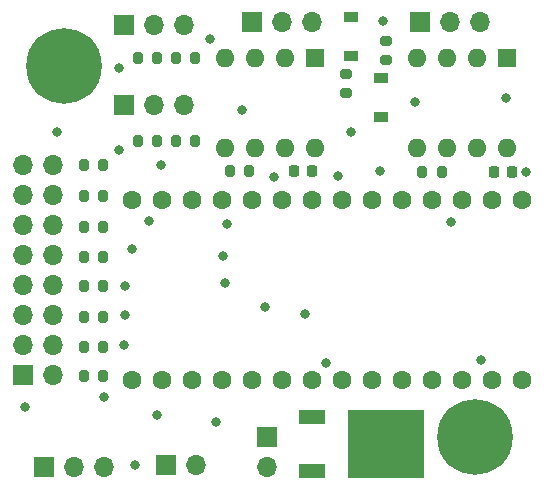
<source format=gbr>
%TF.GenerationSoftware,KiCad,Pcbnew,(6.0.5)*%
%TF.CreationDate,2022-06-26T17:30:21+02:00*%
%TF.ProjectId,midiperformer,6d696469-7065-4726-966f-726d65722e6b,rev?*%
%TF.SameCoordinates,Original*%
%TF.FileFunction,Soldermask,Top*%
%TF.FilePolarity,Negative*%
%FSLAX46Y46*%
G04 Gerber Fmt 4.6, Leading zero omitted, Abs format (unit mm)*
G04 Created by KiCad (PCBNEW (6.0.5)) date 2022-06-26 17:30:21*
%MOMM*%
%LPD*%
G01*
G04 APERTURE LIST*
G04 Aperture macros list*
%AMRoundRect*
0 Rectangle with rounded corners*
0 $1 Rounding radius*
0 $2 $3 $4 $5 $6 $7 $8 $9 X,Y pos of 4 corners*
0 Add a 4 corners polygon primitive as box body*
4,1,4,$2,$3,$4,$5,$6,$7,$8,$9,$2,$3,0*
0 Add four circle primitives for the rounded corners*
1,1,$1+$1,$2,$3*
1,1,$1+$1,$4,$5*
1,1,$1+$1,$6,$7*
1,1,$1+$1,$8,$9*
0 Add four rect primitives between the rounded corners*
20,1,$1+$1,$2,$3,$4,$5,0*
20,1,$1+$1,$4,$5,$6,$7,0*
20,1,$1+$1,$6,$7,$8,$9,0*
20,1,$1+$1,$8,$9,$2,$3,0*%
G04 Aperture macros list end*
%ADD10RoundRect,0.200000X0.200000X0.275000X-0.200000X0.275000X-0.200000X-0.275000X0.200000X-0.275000X0*%
%ADD11R,1.700000X1.700000*%
%ADD12O,1.700000X1.700000*%
%ADD13R,1.200000X0.900000*%
%ADD14RoundRect,0.200000X0.275000X-0.200000X0.275000X0.200000X-0.275000X0.200000X-0.275000X-0.200000X0*%
%ADD15C,1.600000*%
%ADD16RoundRect,0.200000X-0.275000X0.200000X-0.275000X-0.200000X0.275000X-0.200000X0.275000X0.200000X0*%
%ADD17RoundRect,0.225000X0.225000X0.250000X-0.225000X0.250000X-0.225000X-0.250000X0.225000X-0.250000X0*%
%ADD18R,1.600000X1.600000*%
%ADD19O,1.600000X1.600000*%
%ADD20R,2.200000X1.200000*%
%ADD21R,6.400000X5.800000*%
%ADD22RoundRect,0.225000X-0.225000X-0.250000X0.225000X-0.250000X0.225000X0.250000X-0.225000X0.250000X0*%
%ADD23C,6.400000*%
%ADD24C,0.800000*%
G04 APERTURE END LIST*
D10*
%TO.C,R4*%
X214900000Y-62932744D03*
X213250000Y-62932744D03*
%TD*%
D11*
%TO.C,J4*%
X208875000Y-66932744D03*
D12*
X211415000Y-66932744D03*
X213955000Y-66932744D03*
%TD*%
D10*
%TO.C,R10*%
X207125000Y-87400000D03*
X205475000Y-87400000D03*
%TD*%
%TO.C,R9*%
X207125000Y-89800000D03*
X205475000Y-89800000D03*
%TD*%
D13*
%TO.C,D1*%
X228075000Y-62732744D03*
X228075000Y-59432744D03*
%TD*%
D10*
%TO.C,R8*%
X235795000Y-72565488D03*
X234145000Y-72565488D03*
%TD*%
D11*
%TO.C,J3*%
X208875000Y-60082744D03*
D12*
X211415000Y-60082744D03*
X213955000Y-60082744D03*
%TD*%
D14*
%TO.C,R1*%
X227675000Y-65907744D03*
X227675000Y-64257744D03*
%TD*%
D11*
%TO.C,SW1*%
X212400000Y-97400000D03*
D12*
X214940000Y-97400000D03*
%TD*%
D10*
%TO.C,R5*%
X211700000Y-69932744D03*
X210050000Y-69932744D03*
%TD*%
%TO.C,R6*%
X214900000Y-69932744D03*
X213250000Y-69932744D03*
%TD*%
D11*
%TO.C,J1*%
X219735000Y-59882744D03*
D12*
X222275000Y-59882744D03*
X224815000Y-59882744D03*
%TD*%
D11*
%TO.C,J6*%
X200335000Y-89780000D03*
D12*
X202875000Y-89780000D03*
X200335000Y-87240000D03*
X202875000Y-87240000D03*
X200335000Y-84700000D03*
X202875000Y-84700000D03*
X200335000Y-82160000D03*
X202875000Y-82160000D03*
X200335000Y-79620000D03*
X202875000Y-79620000D03*
X200335000Y-77080000D03*
X202875000Y-77080000D03*
X200335000Y-74540000D03*
X202875000Y-74540000D03*
X200335000Y-72000000D03*
X202875000Y-72000000D03*
%TD*%
D15*
%TO.C,U4*%
X242570000Y-74960000D03*
X240030000Y-74960000D03*
X237490000Y-74960000D03*
X234950000Y-74960000D03*
X232410000Y-74960000D03*
X229870000Y-74960000D03*
X227330000Y-74960000D03*
X224790000Y-74960000D03*
X222250000Y-74960000D03*
X219710000Y-74960000D03*
X217170000Y-74960000D03*
X214630000Y-74960000D03*
X212090000Y-74960000D03*
X209550000Y-74960000D03*
X209550000Y-90200000D03*
X212090000Y-90200000D03*
X214630000Y-90200000D03*
X217170000Y-90200000D03*
X219710000Y-90200000D03*
X222250000Y-90200000D03*
X224790000Y-90200000D03*
X227330000Y-90200000D03*
X229870000Y-90200000D03*
X232410000Y-90200000D03*
X234950000Y-90200000D03*
X237490000Y-90200000D03*
X240030000Y-90200000D03*
X242570000Y-90200000D03*
%TD*%
D11*
%TO.C,J2*%
X233950000Y-59857744D03*
D12*
X236490000Y-59857744D03*
X239030000Y-59857744D03*
%TD*%
D16*
%TO.C,R2*%
X231075000Y-61457744D03*
X231075000Y-63107744D03*
%TD*%
D10*
%TO.C,R16*%
X207125000Y-72000000D03*
X205475000Y-72000000D03*
%TD*%
D17*
%TO.C,C1*%
X224825000Y-72465488D03*
X223275000Y-72465488D03*
%TD*%
D18*
%TO.C,U2*%
X241275000Y-62882744D03*
D19*
X238735000Y-62882744D03*
X236195000Y-62882744D03*
X233655000Y-62882744D03*
X233655000Y-70502744D03*
X236195000Y-70502744D03*
X238735000Y-70502744D03*
X241275000Y-70502744D03*
%TD*%
D10*
%TO.C,R13*%
X207125000Y-77200000D03*
X205475000Y-77200000D03*
%TD*%
%TO.C,R3*%
X211700000Y-62932744D03*
X210050000Y-62932744D03*
%TD*%
%TO.C,R14*%
X207125000Y-74600000D03*
X205475000Y-74600000D03*
%TD*%
D13*
%TO.C,D2*%
X230675000Y-67932744D03*
X230675000Y-64632744D03*
%TD*%
D20*
%TO.C,U3*%
X224775000Y-93320000D03*
D21*
X231075000Y-95600000D03*
D20*
X224775000Y-97880000D03*
%TD*%
D10*
%TO.C,R12*%
X207125000Y-79800000D03*
X205475000Y-79800000D03*
%TD*%
D22*
%TO.C,C2*%
X240225000Y-72565488D03*
X241775000Y-72565488D03*
%TD*%
D10*
%TO.C,R15*%
X207125000Y-82200000D03*
X205475000Y-82200000D03*
%TD*%
%TO.C,R11*%
X207125000Y-84800000D03*
X205475000Y-84800000D03*
%TD*%
D23*
%TO.C,H1*%
X238600000Y-95000000D03*
%TD*%
D11*
%TO.C,U5*%
X202075000Y-97575000D03*
D12*
X204615000Y-97575000D03*
X207155000Y-97575000D03*
%TD*%
D23*
%TO.C,H2*%
X203800000Y-63600000D03*
%TD*%
D10*
%TO.C,R7*%
X219475000Y-72465488D03*
X217825000Y-72465488D03*
%TD*%
D11*
%TO.C,J5*%
X221000000Y-95000000D03*
D12*
X221000000Y-97540000D03*
%TD*%
D18*
%TO.C,U1*%
X225075000Y-62882744D03*
D19*
X222535000Y-62882744D03*
X219995000Y-62882744D03*
X217455000Y-62882744D03*
X217455000Y-70502744D03*
X219995000Y-70502744D03*
X222535000Y-70502744D03*
X225075000Y-70502744D03*
%TD*%
D24*
X209600000Y-79100000D03*
X207200000Y-91600000D03*
X208500000Y-63800000D03*
X236600000Y-76800000D03*
X239100000Y-88500000D03*
X211000000Y-76700000D03*
X242900000Y-72600000D03*
X228100000Y-69200000D03*
X208500000Y-70700000D03*
X211700000Y-93100000D03*
X226000000Y-88700000D03*
X233500000Y-66600000D03*
X209000000Y-84700000D03*
X203200000Y-69200000D03*
X230800000Y-59800000D03*
X221600000Y-73000000D03*
X227000000Y-72900000D03*
X208900000Y-87200000D03*
X241200000Y-66300000D03*
X217600000Y-77000000D03*
X209800000Y-97400000D03*
X217400000Y-82000000D03*
X216200000Y-61300000D03*
X216688158Y-93694734D03*
X218900000Y-67300000D03*
X224200000Y-84600000D03*
X220800000Y-84000000D03*
X200500000Y-92500000D03*
X209000000Y-82200000D03*
X217300000Y-79700000D03*
X211999998Y-72000000D03*
X230600000Y-72500000D03*
M02*

</source>
